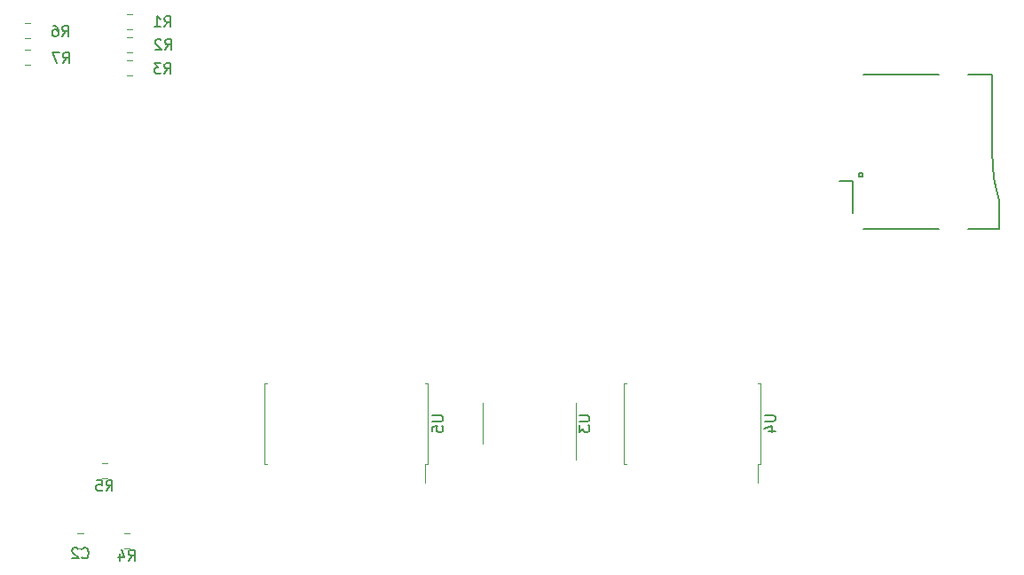
<source format=gbr>
G04 #@! TF.GenerationSoftware,KiCad,Pcbnew,5.1.5+dfsg1-2*
G04 #@! TF.CreationDate,2020-04-06T17:51:16-07:00*
G04 #@! TF.ProjectId,rpmpv1,72706d70-7631-42e6-9b69-6361645f7063,rev?*
G04 #@! TF.SameCoordinates,Original*
G04 #@! TF.FileFunction,Legend,Bot*
G04 #@! TF.FilePolarity,Positive*
%FSLAX46Y46*%
G04 Gerber Fmt 4.6, Leading zero omitted, Abs format (unit mm)*
G04 Created by KiCad (PCBNEW 5.1.5+dfsg1-2) date 2020-04-06 17:51:16*
%MOMM*%
%LPD*%
G04 APERTURE LIST*
%ADD10C,0.120000*%
%ADD11C,0.150000*%
G04 APERTURE END LIST*
D10*
X181535000Y-94030000D02*
X181535000Y-95845000D01*
X181770000Y-94030000D02*
X181535000Y-94030000D01*
X181770000Y-90170000D02*
X181770000Y-94030000D01*
X181770000Y-86310000D02*
X181535000Y-86310000D01*
X181770000Y-90170000D02*
X181770000Y-86310000D01*
X168750000Y-94030000D02*
X168985000Y-94030000D01*
X168750000Y-90170000D02*
X168750000Y-94030000D01*
X168750000Y-86310000D02*
X168985000Y-86310000D01*
X168750000Y-90170000D02*
X168750000Y-86310000D01*
X149785000Y-94030000D02*
X149785000Y-95845000D01*
X150050000Y-94030000D02*
X149785000Y-94030000D01*
X150050000Y-90170000D02*
X150050000Y-94030000D01*
X150050000Y-86310000D02*
X149785000Y-86310000D01*
X150050000Y-90170000D02*
X150050000Y-86310000D01*
X134430000Y-94030000D02*
X134695000Y-94030000D01*
X134430000Y-90170000D02*
X134430000Y-94030000D01*
X134430000Y-86310000D02*
X134695000Y-86310000D01*
X134430000Y-90170000D02*
X134430000Y-86310000D01*
X116639748Y-100636000D02*
X117162252Y-100636000D01*
X116639748Y-102056000D02*
X117162252Y-102056000D01*
X121340748Y-51106000D02*
X121863252Y-51106000D01*
X121340748Y-52526000D02*
X121863252Y-52526000D01*
X121340748Y-53328500D02*
X121863252Y-53328500D01*
X121340748Y-54748500D02*
X121863252Y-54748500D01*
X121340748Y-55551000D02*
X121863252Y-55551000D01*
X121340748Y-56971000D02*
X121863252Y-56971000D01*
X121066748Y-100636000D02*
X121589252Y-100636000D01*
X121066748Y-102056000D02*
X121589252Y-102056000D01*
X118940748Y-93981200D02*
X119463252Y-93981200D01*
X118940748Y-95401200D02*
X119463252Y-95401200D01*
X155331000Y-90170000D02*
X155331000Y-88220000D01*
X155331000Y-90170000D02*
X155331000Y-92120000D01*
X164201000Y-90170000D02*
X164201000Y-88220000D01*
X164201000Y-90170000D02*
X164201000Y-93620000D01*
X112148252Y-53415000D02*
X111625748Y-53415000D01*
X112148252Y-51995000D02*
X111625748Y-51995000D01*
X112148252Y-54535000D02*
X111625748Y-54535000D01*
X112148252Y-55955000D02*
X111625748Y-55955000D01*
D11*
X203896000Y-56912000D02*
X203896000Y-64262000D01*
X203896000Y-64262000D02*
X203946000Y-65612000D01*
X203946000Y-65612000D02*
X204096000Y-66762000D01*
X204096000Y-66762000D02*
X204296000Y-67862000D01*
X204296000Y-67862000D02*
X204596000Y-68912000D01*
X190596000Y-67062000D02*
X189296000Y-67062000D01*
X198796000Y-56912000D02*
X191596000Y-56912000D01*
X201596000Y-56912000D02*
X203896000Y-56912000D01*
X204596000Y-68912000D02*
X204596000Y-71612000D01*
X204596000Y-71612000D02*
X201596000Y-71612000D01*
X191596000Y-71612000D02*
X198796000Y-71612000D01*
X191196000Y-66612000D02*
X191196000Y-66312000D01*
X191196000Y-66312000D02*
X191496000Y-66312000D01*
X191496000Y-66312000D02*
X191496000Y-66612000D01*
X191496000Y-66612000D02*
X191196000Y-66612000D01*
X190596000Y-67062000D02*
X190596000Y-70062000D01*
X182212380Y-89408095D02*
X183021904Y-89408095D01*
X183117142Y-89455714D01*
X183164761Y-89503333D01*
X183212380Y-89598571D01*
X183212380Y-89789047D01*
X183164761Y-89884285D01*
X183117142Y-89931904D01*
X183021904Y-89979523D01*
X182212380Y-89979523D01*
X182545714Y-90884285D02*
X183212380Y-90884285D01*
X182164761Y-90646190D02*
X182879047Y-90408095D01*
X182879047Y-91027142D01*
X150492380Y-89408095D02*
X151301904Y-89408095D01*
X151397142Y-89455714D01*
X151444761Y-89503333D01*
X151492380Y-89598571D01*
X151492380Y-89789047D01*
X151444761Y-89884285D01*
X151397142Y-89931904D01*
X151301904Y-89979523D01*
X150492380Y-89979523D01*
X150492380Y-90931904D02*
X150492380Y-90455714D01*
X150968571Y-90408095D01*
X150920952Y-90455714D01*
X150873333Y-90550952D01*
X150873333Y-90789047D01*
X150920952Y-90884285D01*
X150968571Y-90931904D01*
X151063809Y-90979523D01*
X151301904Y-90979523D01*
X151397142Y-90931904D01*
X151444761Y-90884285D01*
X151492380Y-90789047D01*
X151492380Y-90550952D01*
X151444761Y-90455714D01*
X151397142Y-90408095D01*
X117067666Y-102953142D02*
X117115285Y-103000761D01*
X117258142Y-103048380D01*
X117353380Y-103048380D01*
X117496238Y-103000761D01*
X117591476Y-102905523D01*
X117639095Y-102810285D01*
X117686714Y-102619809D01*
X117686714Y-102476952D01*
X117639095Y-102286476D01*
X117591476Y-102191238D01*
X117496238Y-102096000D01*
X117353380Y-102048380D01*
X117258142Y-102048380D01*
X117115285Y-102096000D01*
X117067666Y-102143619D01*
X116686714Y-102143619D02*
X116639095Y-102096000D01*
X116543857Y-102048380D01*
X116305761Y-102048380D01*
X116210523Y-102096000D01*
X116162904Y-102143619D01*
X116115285Y-102238857D01*
X116115285Y-102334095D01*
X116162904Y-102476952D01*
X116734333Y-103048380D01*
X116115285Y-103048380D01*
X124931466Y-52319180D02*
X125264800Y-51842990D01*
X125502895Y-52319180D02*
X125502895Y-51319180D01*
X125121942Y-51319180D01*
X125026704Y-51366800D01*
X124979085Y-51414419D01*
X124931466Y-51509657D01*
X124931466Y-51652514D01*
X124979085Y-51747752D01*
X125026704Y-51795371D01*
X125121942Y-51842990D01*
X125502895Y-51842990D01*
X123979085Y-52319180D02*
X124550514Y-52319180D01*
X124264800Y-52319180D02*
X124264800Y-51319180D01*
X124360038Y-51462038D01*
X124455276Y-51557276D01*
X124550514Y-51604895D01*
X124982266Y-54503580D02*
X125315600Y-54027390D01*
X125553695Y-54503580D02*
X125553695Y-53503580D01*
X125172742Y-53503580D01*
X125077504Y-53551200D01*
X125029885Y-53598819D01*
X124982266Y-53694057D01*
X124982266Y-53836914D01*
X125029885Y-53932152D01*
X125077504Y-53979771D01*
X125172742Y-54027390D01*
X125553695Y-54027390D01*
X124601314Y-53598819D02*
X124553695Y-53551200D01*
X124458457Y-53503580D01*
X124220361Y-53503580D01*
X124125123Y-53551200D01*
X124077504Y-53598819D01*
X124029885Y-53694057D01*
X124029885Y-53789295D01*
X124077504Y-53932152D01*
X124648933Y-54503580D01*
X124029885Y-54503580D01*
X124931466Y-56789580D02*
X125264800Y-56313390D01*
X125502895Y-56789580D02*
X125502895Y-55789580D01*
X125121942Y-55789580D01*
X125026704Y-55837200D01*
X124979085Y-55884819D01*
X124931466Y-55980057D01*
X124931466Y-56122914D01*
X124979085Y-56218152D01*
X125026704Y-56265771D01*
X125121942Y-56313390D01*
X125502895Y-56313390D01*
X124598133Y-55789580D02*
X123979085Y-55789580D01*
X124312419Y-56170533D01*
X124169561Y-56170533D01*
X124074323Y-56218152D01*
X124026704Y-56265771D01*
X123979085Y-56361009D01*
X123979085Y-56599104D01*
X124026704Y-56694342D01*
X124074323Y-56741961D01*
X124169561Y-56789580D01*
X124455276Y-56789580D01*
X124550514Y-56741961D01*
X124598133Y-56694342D01*
X121494666Y-103248380D02*
X121828000Y-102772190D01*
X122066095Y-103248380D02*
X122066095Y-102248380D01*
X121685142Y-102248380D01*
X121589904Y-102296000D01*
X121542285Y-102343619D01*
X121494666Y-102438857D01*
X121494666Y-102581714D01*
X121542285Y-102676952D01*
X121589904Y-102724571D01*
X121685142Y-102772190D01*
X122066095Y-102772190D01*
X120637523Y-102581714D02*
X120637523Y-103248380D01*
X120875619Y-102200761D02*
X121113714Y-102915047D01*
X120494666Y-102915047D01*
X119368666Y-96593580D02*
X119702000Y-96117390D01*
X119940095Y-96593580D02*
X119940095Y-95593580D01*
X119559142Y-95593580D01*
X119463904Y-95641200D01*
X119416285Y-95688819D01*
X119368666Y-95784057D01*
X119368666Y-95926914D01*
X119416285Y-96022152D01*
X119463904Y-96069771D01*
X119559142Y-96117390D01*
X119940095Y-96117390D01*
X118463904Y-95593580D02*
X118940095Y-95593580D01*
X118987714Y-96069771D01*
X118940095Y-96022152D01*
X118844857Y-95974533D01*
X118606761Y-95974533D01*
X118511523Y-96022152D01*
X118463904Y-96069771D01*
X118416285Y-96165009D01*
X118416285Y-96403104D01*
X118463904Y-96498342D01*
X118511523Y-96545961D01*
X118606761Y-96593580D01*
X118844857Y-96593580D01*
X118940095Y-96545961D01*
X118987714Y-96498342D01*
X164498380Y-89408095D02*
X165307904Y-89408095D01*
X165403142Y-89455714D01*
X165450761Y-89503333D01*
X165498380Y-89598571D01*
X165498380Y-89789047D01*
X165450761Y-89884285D01*
X165403142Y-89931904D01*
X165307904Y-89979523D01*
X164498380Y-89979523D01*
X164498380Y-90360476D02*
X164498380Y-90979523D01*
X164879333Y-90646190D01*
X164879333Y-90789047D01*
X164926952Y-90884285D01*
X164974571Y-90931904D01*
X165069809Y-90979523D01*
X165307904Y-90979523D01*
X165403142Y-90931904D01*
X165450761Y-90884285D01*
X165498380Y-90789047D01*
X165498380Y-90503333D01*
X165450761Y-90408095D01*
X165403142Y-90360476D01*
X115165166Y-53220880D02*
X115498500Y-52744690D01*
X115736595Y-53220880D02*
X115736595Y-52220880D01*
X115355642Y-52220880D01*
X115260404Y-52268500D01*
X115212785Y-52316119D01*
X115165166Y-52411357D01*
X115165166Y-52554214D01*
X115212785Y-52649452D01*
X115260404Y-52697071D01*
X115355642Y-52744690D01*
X115736595Y-52744690D01*
X114308023Y-52220880D02*
X114498500Y-52220880D01*
X114593738Y-52268500D01*
X114641357Y-52316119D01*
X114736595Y-52458976D01*
X114784214Y-52649452D01*
X114784214Y-53030404D01*
X114736595Y-53125642D01*
X114688976Y-53173261D01*
X114593738Y-53220880D01*
X114403261Y-53220880D01*
X114308023Y-53173261D01*
X114260404Y-53125642D01*
X114212785Y-53030404D01*
X114212785Y-52792309D01*
X114260404Y-52697071D01*
X114308023Y-52649452D01*
X114403261Y-52601833D01*
X114593738Y-52601833D01*
X114688976Y-52649452D01*
X114736595Y-52697071D01*
X114784214Y-52792309D01*
X115228666Y-55760880D02*
X115562000Y-55284690D01*
X115800095Y-55760880D02*
X115800095Y-54760880D01*
X115419142Y-54760880D01*
X115323904Y-54808500D01*
X115276285Y-54856119D01*
X115228666Y-54951357D01*
X115228666Y-55094214D01*
X115276285Y-55189452D01*
X115323904Y-55237071D01*
X115419142Y-55284690D01*
X115800095Y-55284690D01*
X114895333Y-54760880D02*
X114228666Y-54760880D01*
X114657238Y-55760880D01*
M02*

</source>
